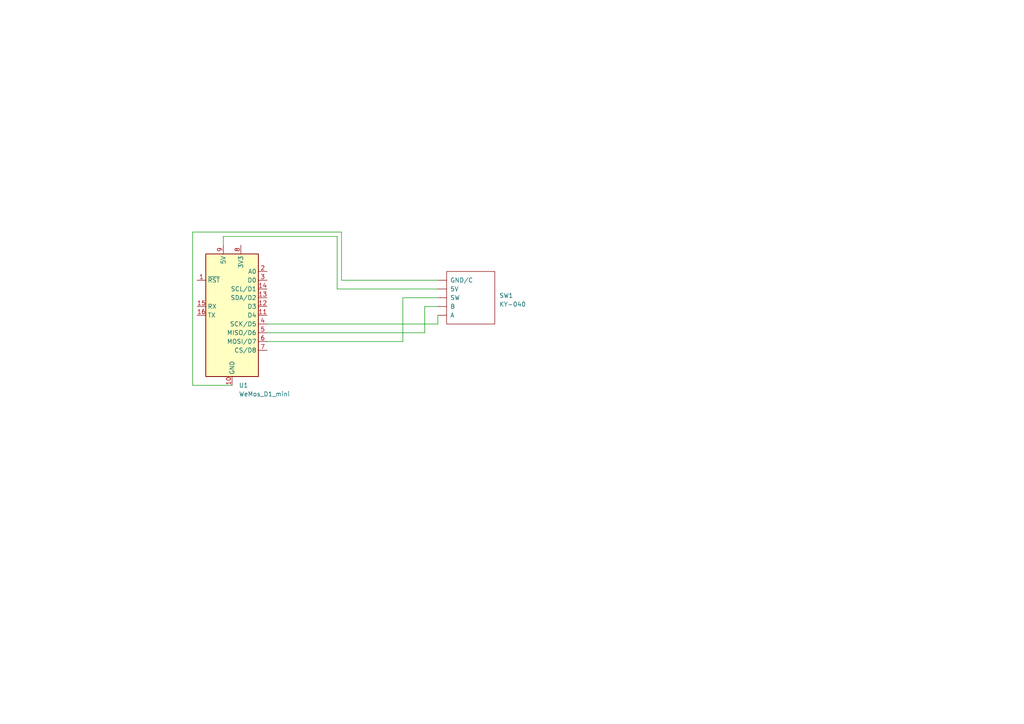
<source format=kicad_sch>
(kicad_sch (version 20230121) (generator eeschema)
  (paper "A4")
  (lib_symbols
    (symbol "MCU_Module:WeMos_D1_mini"
      (property "Reference" "U" (at 3.81 19.05 0))
      (property "Value" "WeMos_D1_mini" (at 1.27 -19.05 0))
      (symbol "WeMos_D1_mini_1_1"
        (rectangle (start -7.62 17.78) (end 7.62 -17.78) (stroke (width 0.254)) (fill (type background)))
        (pin input line (at -10.16 10.16 0) (length 2.54) (name "~{RST}") (number "1"))
        (pin power_in line (at 0 -20.32 90) (length 2.54) (name "GND") (number "10"))
        (pin bidirectional line (at 10.16 0 180) (length 2.54) (name "D4") (number "11"))
        (pin bidirectional line (at 10.16 2.54 180) (length 2.54) (name "D3") (number "12"))
        (pin bidirectional line (at 10.16 5.08 180) (length 2.54) (name "SDA/D2") (number "13"))
        (pin bidirectional line (at 10.16 7.62 180) (length 2.54) (name "SCL/D1") (number "14"))
        (pin input line (at -10.16 2.54 0) (length 2.54) (name "RX") (number "15"))
        (pin output line (at -10.16 0 0) (length 2.54) (name "TX") (number "16"))
        (pin input line (at 10.16 12.7 180) (length 2.54) (name "A0") (number "2"))
        (pin bidirectional line (at 10.16 10.16 180) (length 2.54) (name "D0") (number "3"))
        (pin bidirectional line (at 10.16 -2.54 180) (length 2.54) (name "SCK/D5") (number "4"))
        (pin bidirectional line (at 10.16 -5.08 180) (length 2.54) (name "MISO/D6") (number "5"))
        (pin bidirectional line (at 10.16 -7.62 180) (length 2.54) (name "MOSI/D7") (number "6"))
        (pin bidirectional line (at 10.16 -10.16 180) (length 2.54) (name "CS/D8") (number "7"))
        (pin power_out line (at 2.54 20.32 270) (length 2.54) (name "3V3") (number "8"))
        (pin power_in line (at -2.54 20.32 270) (length 2.54) (name "5V") (number "9"))
      )
    )
    (symbol "Rotary:KY-040" (pin_names (offset 1.016))
      (property "Reference" "SW" (at 0 15.24 0))
      (property "Value" "KY-040" (at 0 12.7 0))
      (symbol "KY-040_0_1"
        (rectangle (start -7.62 -2.54) (end 7.62 11.43))
      )
      (symbol "KY-040_1_1"
        (pin power_in line (at -2.54 -5.08 90) (length 2.54) (name "5V") (number "~"))
        (pin output line (at 5.08 -5.08 90) (length 2.54) (name "A") (number "~"))
        (pin output line (at 2.54 -5.08 90) (length 2.54) (name "B") (number "~"))
        (pin output line (at -5.08 -5.08 90) (length 2.54) (name "GND/C") (number "~"))
        (pin input line (at 0 -5.08 90) (length 2.54) (name "SW") (number "~"))
      )
    )
  )
  (wire (pts (xy 127 93.98) (xy 127 91.44)))
  (wire (pts (xy 77.47 99.06) (xy 116.84 99.06)))
  (wire (pts (xy 55.88 67.31) (xy 99.06 67.31)))
  (wire (pts (xy 77.47 96.52) (xy 123.19 96.52)))
  (wire (pts (xy 97.79 83.82) (xy 127 83.82)))
  (wire (pts (xy 123.19 96.52) (xy 123.19 88.9)))
  (wire (pts (xy 55.88 111.76) (xy 55.88 67.31)))
  (wire (pts (xy 97.79 68.58) (xy 97.79 83.82)))
  (wire (pts (xy 116.84 86.36) (xy 127 86.36)))
  (wire (pts (xy 77.47 93.98) (xy 127 93.98)))
  (wire (pts (xy 67.31 111.76) (xy 55.88 111.76)))
  (wire (pts (xy 99.06 67.31) (xy 99.06 81.28)))
  (wire (pts (xy 123.19 88.9) (xy 127 88.9)))
  (wire (pts (xy 64.77 68.58) (xy 97.79 68.58)))
  (wire (pts (xy 116.84 99.06) (xy 116.84 86.36)))
  (wire (pts (xy 64.77 71.12) (xy 64.77 68.58)))
  (wire (pts (xy 99.06 81.28) (xy 127 81.28)))
  (symbol (lib_id "Rotary:KY-040") (at 132.08 86.36 270) (unit 1)
    (property "Reference" "SW1" (at 144.78 85.725 90) (effects (justify left)))
    (property "Value" "KY-040" (at 144.78 88.265 90) (effects (justify left)))
  )
  (symbol (lib_id "MCU_Module:WeMos_D1_mini") (at 67.31 91.44 0) (unit 1)
    (property "Reference" "U1" (at 69.2659 111.76 0) (effects (justify left)))
    (property "Value" "WeMos_D1_mini" (at 69.2659 114.3 0) (effects (justify left)))
    (property "Footprint" "Module:WEMOS_D1_mini_light" (effects hide))
    (property "Datasheet" "https://wiki.wemos.cc/products:d1:d1_mini#documentation" (effects hide))
  )
)
</source>
